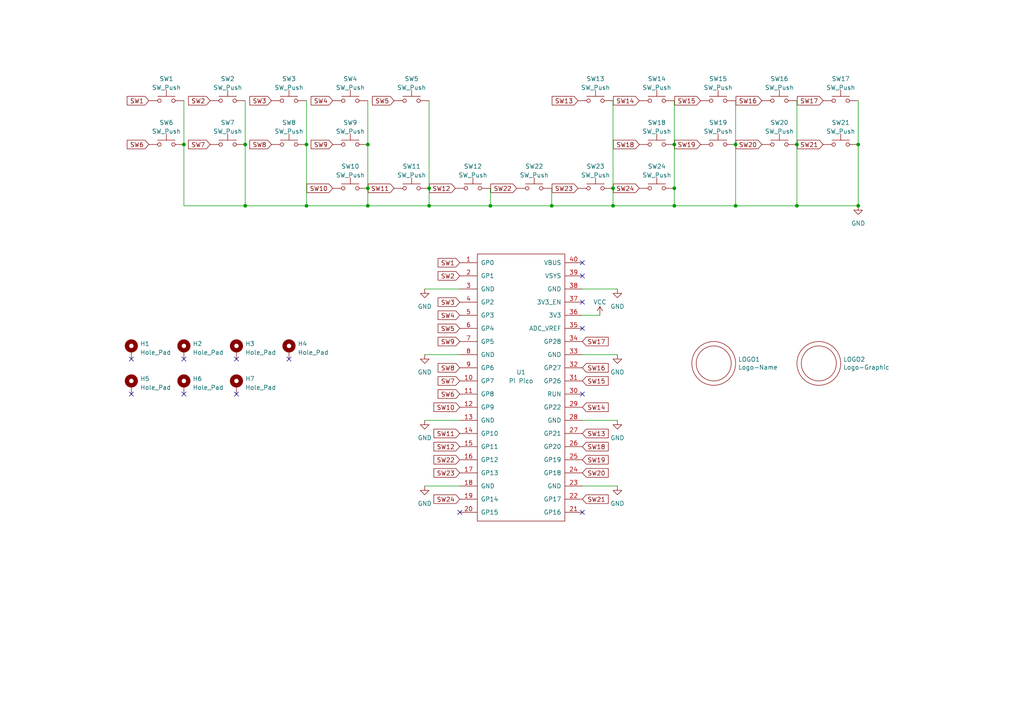
<source format=kicad_sch>
(kicad_sch (version 20230121) (generator eeschema)
  (paper "A4")
  (title_block (title "Umbra Choc") (date "2023-03-19") (rev "1.0") (company "skarrmann"))
  (lib_symbols
    (symbol "power:GND" (power) (pin_names (offset 0))
      (property "Value" "GND" (at 0 -3.81 0))
      (symbol "GND_0_1"
        (polyline (pts (xy 0 0) (xy 0 -1.27) (xy 1.27 -1.27) (xy 0 -2.54) (xy -1.27 -1.27) (xy 0 -1.27)))
      )
      (symbol "GND_1_1"
        (pin power_in line (at 0 0 270) (length 0) hide (name "GND") (number "1"))
      )
    )
    (symbol "power:VCC" (power) (pin_names (offset 0))
      (property "Value" "VCC" (at 0 3.81 0))
      (symbol "VCC_0_1"
        (polyline (pts (xy -0.762 1.27) (xy 0 2.54)))
        (polyline (pts (xy 0 0) (xy 0 2.54)))
        (polyline (pts (xy 0 2.54) (xy 0.762 1.27)))
      )
      (symbol "VCC_1_1"
        (pin power_in line (at 0 0 90) (length 0) hide (name "VCC") (number "1"))
      )
    )
    (symbol "umbra-components:Hole_Pad" (pin_numbers hide) (pin_names (offset 1.016) hide)
      (property "Reference" "H" (at 0 6.35 0))
      (property "Value" "Hole_Pad" (at 0 4.445 0))
      (symbol "Hole_Pad_0_1"
        (circle (center 0 1.27) (radius 1.27) (stroke (width 1.27)))
      )
      (symbol "Hole_Pad_1_1"
        (pin input line (at 0 -2.54 90) (length 2.54) (name "1") (number "1"))
      )
    )
    (symbol "umbra-components:Logo" (pin_names (offset 1.016))
      (property "Reference" "LOGO" (at 0 -1.27 0))
      (property "Value" "Logo" (at 0 1.27 0))
      (symbol "Logo_0_1"
        (circle (center 0 0) (radius 5.08))
        (circle (center 0 0) (radius 6.35))
      )
    )
    (symbol "umbra-components:Pi Pico" (pin_names (offset 1))
      (property "Reference" "U" (at 0 3.81 0))
      (property "Value" "Pi Pico" (at 0 1.27 0))
      (symbol "Pi Pico_0_0"
        (text "" (at 6.35 -27.94 0) (effects (font (size 1.27 1.27))))
        (text "" (at 7.62 11.43 0) (effects (font (size 1.27 1.27))))
        (text "" (at 12.7 -25.4 0) (effects (font (size 1.27 1.27))))
        (text "" (at 15.24 3.81 0) (effects (font (size 1.27 1.27))))
        (text "" (at 17.78 -34.29 0) (effects (font (size 1.27 1.27))))
        (text "" (at 17.78 -26.67 0) (effects (font (size 1.27 1.27))))
        (text "" (at 17.78 3.81 0) (effects (font (size 1.27 1.27))))
        (text "" (at 19.05 -36.83 0) (effects (font (size 1.27 1.27))))
        (text "" (at 19.05 -21.59 0) (effects (font (size 1.27 1.27))))
        (text "" (at 19.05 8.89 0) (effects (font (size 1.27 1.27))))
      )
      (symbol "Pi Pico_1_1"
        (rectangle (start -12.7 38.1) (end 12.7 -39.37) (stroke (width 0.1524)))
        (pin input line (at -17.78 35.56 0) (length 5.08) (name "GP0") (number "1"))
        (pin input line (at -17.78 1.27 0) (length 5.08) (name "GP7") (number "10"))
        (pin input line (at -17.78 -2.54 0) (length 5.08) (name "GP8") (number "11"))
        (pin input line (at -17.78 -6.35 0) (length 5.08) (name "GP9") (number "12"))
        (pin input line (at -17.78 -10.16 0) (length 5.08) (name "GND") (number "13"))
        (pin input line (at -17.78 -13.97 0) (length 5.08) (name "GP10") (number "14"))
        (pin input line (at -17.78 -17.78 0) (length 5.08) (name "GP11") (number "15"))
        (pin input line (at -17.78 -21.59 0) (length 5.08) (name "GP12") (number "16"))
        (pin input line (at -17.78 -25.4 0) (length 5.08) (name "GP13") (number "17"))
        (pin input line (at -17.78 -29.21 0) (length 5.08) (name "GND") (number "18"))
        (pin input line (at -17.78 -33.02 0) (length 5.08) (name "GP14") (number "19"))
        (pin input line (at -17.78 31.75 0) (length 5.08) (name "GP1") (number "2"))
        (pin input line (at -17.78 -36.83 0) (length 5.08) (name "GP15") (number "20"))
        (pin input line (at 17.78 -36.83 180) (length 5.08) (name "GP16") (number "21"))
        (pin input line (at 17.78 -33.02 180) (length 5.08) (name "GP17") (number "22"))
        (pin input line (at 17.78 -29.21 180) (length 5.08) (name "GND") (number "23"))
        (pin input line (at 17.78 -25.4 180) (length 5.08) (name "GP18") (number "24"))
        (pin input line (at 17.78 -21.59 180) (length 5.08) (name "GP19") (number "25"))
        (pin input line (at 17.78 -17.78 180) (length 5.08) (name "GP20") (number "26"))
        (pin input line (at 17.78 -13.97 180) (length 5.08) (name "GP21") (number "27"))
        (pin input line (at 17.78 -10.16 180) (length 5.08) (name "GND") (number "28"))
        (pin input line (at 17.78 -6.35 180) (length 5.08) (name "GP22") (number "29"))
        (pin input line (at -17.78 27.94 0) (length 5.08) (name "GND") (number "3"))
        (pin input line (at 17.78 -2.54 180) (length 5.08) (name "RUN") (number "30"))
        (pin input line (at 17.78 1.27 180) (length 5.08) (name "GP26") (number "31"))
        (pin input line (at 17.78 5.08 180) (length 5.08) (name "GP27") (number "32"))
        (pin input line (at 17.78 8.89 180) (length 5.08) (name "GND") (number "33"))
        (pin input line (at 17.78 12.7 180) (length 5.08) (name "GP28") (number "34"))
        (pin input line (at 17.78 16.51 180) (length 5.08) (name "ADC_VREF") (number "35"))
        (pin input line (at 17.78 20.32 180) (length 5.08) (name "3V3") (number "36"))
        (pin input line (at 17.78 24.13 180) (length 5.08) (name "3V3_EN") (number "37"))
        (pin input line (at 17.78 27.94 180) (length 5.08) (name "GND") (number "38"))
        (pin input line (at 17.78 31.75 180) (length 5.08) (name "VSYS") (number "39"))
        (pin input line (at -17.78 24.13 0) (length 5.08) (name "GP2") (number "4"))
        (pin input line (at 17.78 35.56 180) (length 5.08) (name "VBUS") (number "40"))
        (pin input line (at -17.78 20.32 0) (length 5.08) (name "GP3") (number "5"))
        (pin input line (at -17.78 16.51 0) (length 5.08) (name "GP4") (number "6"))
        (pin input line (at -17.78 12.7 0) (length 5.08) (name "GP5") (number "7"))
        (pin input line (at -17.78 8.89 0) (length 5.08) (name "GND") (number "8"))
        (pin input line (at -17.78 5.08 0) (length 5.08) (name "GP6") (number "9"))
      )
    )
    (symbol "umbra-components:SW_Push" (pin_numbers hide) (pin_names (offset 1.016) hide)
      (property "Reference" "SW" (at 1.27 2.54 0))
      (property "Value" "SW_Push" (at 0 -1.524 0))
      (symbol "SW_Push_0_1"
        (circle (center -2.032 0) (radius 0.508))
        (polyline (pts (xy 0 1.27) (xy 0 3.048)))
        (polyline (pts (xy 2.54 1.27) (xy -2.54 1.27)))
        (circle (center 2.032 0) (radius 0.508))
        (pin passive line (at -5.08 0 0) (length 2.54) (name "1") (number "1"))
        (pin passive line (at 5.08 0 180) (length 2.54) (name "2") (number "2"))
      )
    )
  )
  (junction (at 213.36 59.69))
  (junction (at 213.36 41.91))
  (junction (at 124.46 54.61))
  (junction (at 195.58 41.91))
  (junction (at 195.58 54.61))
  (junction (at 177.8 59.69))
  (junction (at 88.9 59.69))
  (junction (at 88.9 41.91))
  (junction (at 71.12 41.91))
  (junction (at 231.14 59.69))
  (junction (at 106.68 59.69))
  (junction (at 195.58 59.69))
  (junction (at 177.8 54.61))
  (junction (at 53.34 41.91))
  (junction (at 142.24 59.69))
  (junction (at 248.92 41.91))
  (junction (at 71.12 59.69))
  (junction (at 160.02 59.69))
  (junction (at 106.68 54.61))
  (junction (at 248.92 59.69))
  (junction (at 124.46 59.69))
  (junction (at 231.14 41.91))
  (junction (at 106.68 41.91))
  (no_connect (at 168.91 95.25))
  (no_connect (at 168.91 114.3))
  (no_connect (at 53.34 114.3))
  (no_connect (at 53.34 104.14))
  (no_connect (at 168.91 80.01))
  (no_connect (at 68.58 104.14))
  (no_connect (at 68.58 114.3))
  (no_connect (at 168.91 87.63))
  (no_connect (at 83.82 104.14))
  (no_connect (at 38.1 114.3))
  (no_connect (at 133.35 148.59))
  (no_connect (at 168.91 148.59))
  (no_connect (at 168.91 76.2))
  (no_connect (at 38.1 104.14))
  (wire (pts (xy 124.46 29.21) (xy 124.46 54.61)))
  (wire (pts (xy 231.14 41.91) (xy 231.14 59.69)))
  (wire (pts (xy 213.36 59.69) (xy 195.58 59.69)))
  (wire (pts (xy 195.58 59.69) (xy 177.8 59.69)))
  (wire (pts (xy 71.12 59.69) (xy 53.34 59.69)))
  (wire (pts (xy 231.14 59.69) (xy 213.36 59.69)))
  (wire (pts (xy 160.02 59.69) (xy 142.24 59.69)))
  (wire (pts (xy 124.46 59.69) (xy 106.68 59.69)))
  (wire (pts (xy 248.92 41.91) (xy 248.92 59.69)))
  (wire (pts (xy 53.34 29.21) (xy 53.34 41.91)))
  (wire (pts (xy 179.07 121.92) (xy 168.91 121.92)))
  (wire (pts (xy 71.12 41.91) (xy 71.12 59.69)))
  (wire (pts (xy 213.36 29.21) (xy 213.36 41.91)))
  (wire (pts (xy 160.02 59.69) (xy 160.02 54.61)))
  (wire (pts (xy 179.07 83.82) (xy 168.91 83.82)))
  (wire (pts (xy 177.8 29.21) (xy 177.8 54.61)))
  (wire (pts (xy 177.8 59.69) (xy 177.8 54.61)))
  (wire (pts (xy 195.58 59.69) (xy 195.58 54.61)))
  (wire (pts (xy 123.19 102.87) (xy 133.35 102.87)))
  (wire (pts (xy 106.68 59.69) (xy 106.68 54.61)))
  (wire (pts (xy 248.92 29.21) (xy 248.92 41.91)))
  (wire (pts (xy 179.07 140.97) (xy 168.91 140.97)))
  (wire (pts (xy 168.91 91.44) (xy 173.99 91.44)))
  (wire (pts (xy 106.68 29.21) (xy 106.68 41.91)))
  (wire (pts (xy 195.58 29.21) (xy 195.58 41.91)))
  (wire (pts (xy 248.92 59.69) (xy 231.14 59.69)))
  (wire (pts (xy 88.9 29.21) (xy 88.9 41.91)))
  (wire (pts (xy 123.19 121.92) (xy 133.35 121.92)))
  (wire (pts (xy 213.36 41.91) (xy 213.36 59.69)))
  (wire (pts (xy 231.14 29.21) (xy 231.14 41.91)))
  (wire (pts (xy 177.8 59.69) (xy 160.02 59.69)))
  (wire (pts (xy 179.07 102.87) (xy 168.91 102.87)))
  (wire (pts (xy 106.68 59.69) (xy 88.9 59.69)))
  (wire (pts (xy 88.9 59.69) (xy 71.12 59.69)))
  (wire (pts (xy 71.12 29.21) (xy 71.12 41.91)))
  (wire (pts (xy 124.46 59.69) (xy 124.46 54.61)))
  (wire (pts (xy 53.34 41.91) (xy 53.34 59.69)))
  (wire (pts (xy 142.24 59.69) (xy 142.24 54.61)))
  (wire (pts (xy 142.24 59.69) (xy 124.46 59.69)))
  (wire (pts (xy 123.19 140.97) (xy 133.35 140.97)))
  (wire (pts (xy 88.9 41.91) (xy 88.9 59.69)))
  (wire (pts (xy 195.58 41.91) (xy 195.58 54.61)))
  (wire (pts (xy 106.68 41.91) (xy 106.68 54.61)))
  (wire (pts (xy 123.19 83.82) (xy 133.35 83.82)))
  (global_label "SW13" (shape input) (at 167.64 29.21 180) (property "Intersheetrefs" "${INTERSHEET_REFS}" (effects hide)))
  (global_label "SW1" (shape input) (at 133.35 76.2 180) (property "Intersheetrefs" "${INTERSHEET_REFS}" (effects hide)))
  (global_label "SW7" (shape input) (at 133.35 110.49 180) (property "Intersheetrefs" "${INTERSHEET_REFS}" (effects hide)))
  (global_label "SW11" (shape input) (at 114.3 54.61 180) (property "Intersheetrefs" "${INTERSHEET_REFS}" (effects hide)))
  (global_label "SW24" (shape input) (at 185.42 54.61 180) (property "Intersheetrefs" "${INTERSHEET_REFS}" (effects hide)))
  (global_label "SW17" (shape input) (at 238.76 29.21 180) (property "Intersheetrefs" "${INTERSHEET_REFS}" (effects hide)))
  (global_label "SW12" (shape input) (at 132.08 54.61 180) (property "Intersheetrefs" "${INTERSHEET_REFS}" (effects hide)))
  (global_label "SW22" (shape input) (at 133.35 133.35 180) (property "Intersheetrefs" "${INTERSHEET_REFS}" (effects hide)))
  (global_label "SW3" (shape input) (at 133.35 87.63 180) (property "Intersheetrefs" "${INTERSHEET_REFS}" (effects hide)))
  (global_label "SW5" (shape input) (at 133.35 95.25 180) (property "Intersheetrefs" "${INTERSHEET_REFS}" (effects hide)))
  (global_label "SW4" (shape input) (at 96.52 29.21 180) (property "Intersheetrefs" "${INTERSHEET_REFS}" (effects hide)))
  (global_label "SW19" (shape input) (at 168.91 133.35 0) (property "Intersheetrefs" "${INTERSHEET_REFS}" (effects hide)))
  (global_label "SW21" (shape input) (at 168.91 144.78 0) (property "Intersheetrefs" "${INTERSHEET_REFS}" (effects hide)))
  (global_label "SW6" (shape input) (at 43.18 41.91 180) (property "Intersheetrefs" "${INTERSHEET_REFS}" (effects hide)))
  (global_label "SW20" (shape input) (at 220.98 41.91 180) (property "Intersheetrefs" "${INTERSHEET_REFS}" (effects hide)))
  (global_label "SW11" (shape input) (at 133.35 125.73 180) (property "Intersheetrefs" "${INTERSHEET_REFS}" (effects hide)))
  (global_label "SW18" (shape input) (at 168.91 129.54 0) (property "Intersheetrefs" "${INTERSHEET_REFS}" (effects hide)))
  (global_label "SW21" (shape input) (at 238.76 41.91 180) (property "Intersheetrefs" "${INTERSHEET_REFS}" (effects hide)))
  (global_label "SW8" (shape input) (at 133.35 106.68 180) (property "Intersheetrefs" "${INTERSHEET_REFS}" (effects hide)))
  (global_label "SW9" (shape input) (at 96.52 41.91 180) (property "Intersheetrefs" "${INTERSHEET_REFS}" (effects hide)))
  (global_label "SW14" (shape input) (at 185.42 29.21 180) (property "Intersheetrefs" "${INTERSHEET_REFS}" (effects hide)))
  (global_label "SW19" (shape input) (at 203.2 41.91 180) (property "Intersheetrefs" "${INTERSHEET_REFS}" (effects hide)))
  (global_label "SW2" (shape input) (at 60.96 29.21 180) (property "Intersheetrefs" "${INTERSHEET_REFS}" (effects hide)))
  (global_label "SW16" (shape input) (at 220.98 29.21 180) (property "Intersheetrefs" "${INTERSHEET_REFS}" (effects hide)))
  (global_label "SW15" (shape input) (at 168.91 110.49 0) (property "Intersheetrefs" "${INTERSHEET_REFS}" (effects hide)))
  (global_label "SW24" (shape input) (at 133.35 144.78 180) (property "Intersheetrefs" "${INTERSHEET_REFS}" (effects hide)))
  (global_label "SW3" (shape input) (at 78.74 29.21 180) (property "Intersheetrefs" "${INTERSHEET_REFS}" (effects hide)))
  (global_label "SW12" (shape input) (at 133.35 129.54 180) (property "Intersheetrefs" "${INTERSHEET_REFS}" (effects hide)))
  (global_label "SW5" (shape input) (at 114.3 29.21 180) (property "Intersheetrefs" "${INTERSHEET_REFS}" (effects hide)))
  (global_label "SW1" (shape input) (at 43.18 29.21 180) (property "Intersheetrefs" "${INTERSHEET_REFS}" (effects hide)))
  (global_label "SW23" (shape input) (at 133.35 137.16 180) (property "Intersheetrefs" "${INTERSHEET_REFS}" (effects hide)))
  (global_label "SW23" (shape input) (at 167.64 54.61 180) (property "Intersheetrefs" "${INTERSHEET_REFS}" (effects hide)))
  (global_label "SW6" (shape input) (at 133.35 114.3 180) (property "Intersheetrefs" "${INTERSHEET_REFS}" (effects hide)))
  (global_label "SW9" (shape input) (at 133.35 99.06 180) (property "Intersheetrefs" "${INTERSHEET_REFS}" (effects hide)))
  (global_label "SW22" (shape input) (at 149.86 54.61 180) (property "Intersheetrefs" "${INTERSHEET_REFS}" (effects hide)))
  (global_label "SW10" (shape input) (at 133.35 118.11 180) (property "Intersheetrefs" "${INTERSHEET_REFS}" (effects hide)))
  (global_label "SW16" (shape input) (at 168.91 106.68 0) (property "Intersheetrefs" "${INTERSHEET_REFS}" (effects hide)))
  (global_label "SW14" (shape input) (at 168.91 118.11 0) (property "Intersheetrefs" "${INTERSHEET_REFS}" (effects hide)))
  (global_label "SW15" (shape input) (at 203.2 29.21 180) (property "Intersheetrefs" "${INTERSHEET_REFS}" (effects hide)))
  (global_label "SW2" (shape input) (at 133.35 80.01 180) (property "Intersheetrefs" "${INTERSHEET_REFS}" (effects hide)))
  (global_label "SW13" (shape input) (at 168.91 125.73 0) (property "Intersheetrefs" "${INTERSHEET_REFS}" (effects hide)))
  (global_label "SW7" (shape input) (at 60.96 41.91 180) (property "Intersheetrefs" "${INTERSHEET_REFS}" (effects hide)))
  (global_label "SW8" (shape input) (at 78.74 41.91 180) (property "Intersheetrefs" "${INTERSHEET_REFS}" (effects hide)))
  (global_label "SW17" (shape input) (at 168.91 99.06 0) (property "Intersheetrefs" "${INTERSHEET_REFS}" (effects hide)))
  (global_label "SW18" (shape input) (at 185.42 41.91 180) (property "Intersheetrefs" "${INTERSHEET_REFS}" (effects hide)))
  (global_label "SW4" (shape input) (at 133.35 91.44 180) (property "Intersheetrefs" "${INTERSHEET_REFS}" (effects hide)))
  (global_label "SW20" (shape input) (at 168.91 137.16 0) (property "Intersheetrefs" "${INTERSHEET_REFS}" (effects hide)))
  (global_label "SW10" (shape input) (at 96.52 54.61 180) (property "Intersheetrefs" "${INTERSHEET_REFS}" (effects hide)))
  (symbol (lib_id "umbra-components:Logo") (at 207.01 105.41 0) (unit 1)
    (property "Reference" "LOGO1" (at 214.0712 104.2416 0) (effects (justify left)))
    (property "Value" "Logo-Name" (at 214.0712 106.553 0) (effects (justify left)))
    (property "Footprint" "umbra-footprints:Logo_Umbra_Name" (effects hide))
  )
  (symbol (lib_id "umbra-components:Logo") (at 237.49 105.41 0) (unit 1)
    (property "Reference" "LOGO2" (at 244.5512 104.2416 0) (effects (justify left)))
    (property "Value" "Logo-Graphic" (at 244.5512 106.553 0) (effects (justify left)))
    (property "Footprint" "umbra-footprints:Logo_Umbra" (effects hide))
  )
  (symbol (lib_id "power:GND") (at 123.19 121.92 0) (unit 1)
    (property "Reference" "#PWR03" (effects hide))
    (property "Value" "GND" (at 123.19 127 0))
  )
  (symbol (lib_id "umbra-components:Hole_Pad") (at 68.58 111.76 0) (unit 1)
    (property "Reference" "H7" (at 71.12 109.855 0) (effects (justify left)))
    (property "Value" "Hole_Pad" (at 71.12 112.395 0) (effects (justify left)))
    (property "Footprint" "umbra-footprints:Mount_M2" (effects hide))
  )
  (symbol (lib_id "umbra-components:SW_Push") (at 172.72 54.61 0) (unit 1)
    (property "Reference" "SW23" (at 172.72 48.26 0))
    (property "Value" "SW_Push" (at 172.72 50.8 0))
    (property "Footprint" "umbra-footprints:SW_Choc_Reverse_Cutout" (effects hide))
  )
  (symbol (lib_id "umbra-components:SW_Push") (at 119.38 54.61 0) (unit 1)
    (property "Reference" "SW11" (at 119.38 48.26 0))
    (property "Value" "SW_Push" (at 119.38 50.8 0))
    (property "Footprint" "umbra-footprints:SW_Choc_Reverse_Cutout" (effects hide))
  )
  (symbol (lib_id "umbra-components:Hole_Pad") (at 83.82 101.6 0) (unit 1)
    (property "Reference" "H4" (at 86.36 99.695 0) (effects (justify left)))
    (property "Value" "Hole_Pad" (at 86.36 102.235 0) (effects (justify left)))
    (property "Footprint" "umbra-footprints:Mount_M2" (effects hide))
  )
  (symbol (lib_id "umbra-components:SW_Push") (at 66.04 41.91 0) (unit 1)
    (property "Reference" "SW7" (at 66.04 35.56 0))
    (property "Value" "SW_Push" (at 66.04 38.1 0))
    (property "Footprint" "umbra-footprints:SW_Choc_Reverse_Cutout" (effects hide))
  )
  (symbol (lib_id "umbra-components:Hole_Pad") (at 38.1 111.76 0) (unit 1)
    (property "Reference" "H5" (at 40.64 109.855 0) (effects (justify left)))
    (property "Value" "Hole_Pad" (at 40.64 112.395 0) (effects (justify left)))
    (property "Footprint" "umbra-footprints:Mount_M2" (effects hide))
  )
  (symbol (lib_id "power:GND") (at 179.07 121.92 0) (mirror y) (unit 1)
    (property "Reference" "#PWR08" (effects hide))
    (property "Value" "GND" (at 179.07 127 0))
  )
  (symbol (lib_id "umbra-components:SW_Push") (at 172.72 29.21 0) (unit 1)
    (property "Reference" "SW13" (at 172.72 22.86 0))
    (property "Value" "SW_Push" (at 172.72 25.4 0))
    (property "Footprint" "umbra-footprints:SW_Choc_Reverse_Cutout" (effects hide))
  )
  (symbol (lib_id "umbra-components:SW_Push") (at 48.26 29.21 0) (unit 1)
    (property "Reference" "SW1" (at 48.26 22.86 0))
    (property "Value" "SW_Push" (at 48.26 25.4 0))
    (property "Footprint" "umbra-footprints:SW_Choc_Reverse_Cutout" (effects hide))
  )
  (symbol (lib_id "umbra-components:Hole_Pad") (at 53.34 111.76 0) (unit 1)
    (property "Reference" "H6" (at 55.88 109.855 0) (effects (justify left)))
    (property "Value" "Hole_Pad" (at 55.88 112.395 0) (effects (justify left)))
    (property "Footprint" "umbra-footprints:Mount_M2" (effects hide))
  )
  (symbol (lib_id "umbra-components:Pi Pico") (at 151.13 111.76 0) (unit 1)
    (property "Reference" "U1" (at 151.13 107.95 0))
    (property "Value" "Pi Pico" (at 151.13 110.49 0))
    (property "Footprint" "umbra-footprints:Pi-Pico_SMD" (effects hide))
  )
  (symbol (lib_id "umbra-components:SW_Push") (at 119.38 29.21 0) (unit 1)
    (property "Reference" "SW5" (at 119.38 22.86 0))
    (property "Value" "SW_Push" (at 119.38 25.4 0))
    (property "Footprint" "umbra-footprints:SW_Choc_Reverse_Cutout" (effects hide))
  )
  (symbol (lib_id "umbra-components:SW_Push") (at 190.5 29.21 0) (unit 1)
    (property "Reference" "SW14" (at 190.5 22.86 0))
    (property "Value" "SW_Push" (at 190.5 25.4 0))
    (property "Footprint" "umbra-footprints:SW_Choc_Reverse_Cutout" (effects hide))
  )
  (symbol (lib_id "umbra-components:SW_Push") (at 243.84 29.21 0) (unit 1)
    (property "Reference" "SW17" (at 243.84 22.86 0))
    (property "Value" "SW_Push" (at 243.84 25.4 0))
    (property "Footprint" "umbra-footprints:SW_Choc_Reverse_Cutout" (effects hide))
  )
  (symbol (lib_id "umbra-components:SW_Push") (at 48.26 41.91 0) (unit 1)
    (property "Reference" "SW6" (at 48.26 35.56 0))
    (property "Value" "SW_Push" (at 48.26 38.1 0))
    (property "Footprint" "umbra-footprints:SW_Choc_Reverse_Cutout" (effects hide))
  )
  (symbol (lib_id "umbra-components:SW_Push") (at 66.04 29.21 0) (unit 1)
    (property "Reference" "SW2" (at 66.04 22.86 0))
    (property "Value" "SW_Push" (at 66.04 25.4 0))
    (property "Footprint" "umbra-footprints:SW_Choc_Reverse_Cutout" (effects hide))
  )
  (symbol (lib_id "umbra-components:SW_Push") (at 101.6 41.91 0) (unit 1)
    (property "Reference" "SW9" (at 101.6 35.56 0))
    (property "Value" "SW_Push" (at 101.6 38.1 0))
    (property "Footprint" "umbra-footprints:SW_Choc_Reverse_Cutout" (effects hide))
  )
  (symbol (lib_id "umbra-components:SW_Push") (at 101.6 54.61 0) (unit 1)
    (property "Reference" "SW10" (at 101.6 48.26 0))
    (property "Value" "SW_Push" (at 101.6 50.8 0))
    (property "Footprint" "umbra-footprints:SW_Choc_Reverse_Cutout" (effects hide))
  )
  (symbol (lib_id "umbra-components:SW_Push") (at 190.5 41.91 0) (unit 1)
    (property "Reference" "SW18" (at 190.5 35.56 0))
    (property "Value" "SW_Push" (at 190.5 38.1 0))
    (property "Footprint" "umbra-footprints:SW_Choc_Reverse_Cutout" (effects hide))
  )
  (symbol (lib_id "umbra-components:SW_Push") (at 226.06 29.21 0) (unit 1)
    (property "Reference" "SW16" (at 226.06 22.86 0))
    (property "Value" "SW_Push" (at 226.06 25.4 0))
    (property "Footprint" "umbra-footprints:SW_Choc_Reverse_Cutout" (effects hide))
  )
  (symbol (lib_id "umbra-components:SW_Push") (at 208.28 29.21 0) (unit 1)
    (property "Reference" "SW15" (at 208.28 22.86 0))
    (property "Value" "SW_Push" (at 208.28 25.4 0))
    (property "Footprint" "umbra-footprints:SW_Choc_Reverse_Cutout" (effects hide))
  )
  (symbol (lib_id "umbra-components:SW_Push") (at 243.84 41.91 0) (unit 1)
    (property "Reference" "SW21" (at 243.84 35.56 0))
    (property "Value" "SW_Push" (at 243.84 38.1 0))
    (property "Footprint" "umbra-footprints:SW_Choc_Reverse_Cutout" (effects hide))
  )
  (symbol (lib_id "power:GND") (at 179.07 140.97 0) (mirror y) (unit 1)
    (property "Reference" "#PWR09" (effects hide))
    (property "Value" "GND" (at 179.07 146.05 0))
  )
  (symbol (lib_id "umbra-components:SW_Push") (at 137.16 54.61 0) (unit 1)
    (property "Reference" "SW12" (at 137.16 48.26 0))
    (property "Value" "SW_Push" (at 137.16 50.8 0))
    (property "Footprint" "umbra-footprints:SW_Choc_Reverse_Cutout" (effects hide))
  )
  (symbol (lib_id "umbra-components:SW_Push") (at 190.5 54.61 0) (unit 1)
    (property "Reference" "SW24" (at 190.5 48.26 0))
    (property "Value" "SW_Push" (at 190.5 50.8 0))
    (property "Footprint" "umbra-footprints:SW_Choc_Reverse_Cutout" (effects hide))
  )
  (symbol (lib_id "power:VCC") (at 173.99 91.44 0) (unit 1)
    (property "Reference" "#PWR05" (effects hide))
    (property "Value" "VCC" (at 173.99 87.63 0))
  )
  (symbol (lib_id "umbra-components:Hole_Pad") (at 68.58 101.6 0) (unit 1)
    (property "Reference" "H3" (at 71.12 99.695 0) (effects (justify left)))
    (property "Value" "Hole_Pad" (at 71.12 102.235 0) (effects (justify left)))
    (property "Footprint" "umbra-footprints:Mount_M2" (effects hide))
  )
  (symbol (lib_id "umbra-components:SW_Push") (at 208.28 41.91 0) (unit 1)
    (property "Reference" "SW19" (at 208.28 35.56 0))
    (property "Value" "SW_Push" (at 208.28 38.1 0))
    (property "Footprint" "umbra-footprints:SW_Choc_Reverse_Cutout" (effects hide))
  )
  (symbol (lib_id "umbra-components:SW_Push") (at 154.94 54.61 0) (unit 1)
    (property "Reference" "SW22" (at 154.94 48.26 0))
    (property "Value" "SW_Push" (at 154.94 50.8 0))
    (property "Footprint" "umbra-footprints:SW_Choc_Reverse_Cutout" (effects hide))
  )
  (symbol (lib_id "umbra-components:Hole_Pad") (at 53.34 101.6 0) (unit 1)
    (property "Reference" "H2" (at 55.88 99.695 0) (effects (justify left)))
    (property "Value" "Hole_Pad" (at 55.88 102.235 0) (effects (justify left)))
    (property "Footprint" "umbra-footprints:Mount_M2" (effects hide))
  )
  (symbol (lib_id "power:GND") (at 179.07 83.82 0) (mirror y) (unit 1)
    (property "Reference" "#PWR06" (effects hide))
    (property "Value" "GND" (at 179.07 88.9 0))
  )
  (symbol (lib_id "power:GND") (at 123.19 102.87 0) (unit 1)
    (property "Reference" "#PWR02" (effects hide))
    (property "Value" "GND" (at 123.19 107.95 0))
  )
  (symbol (lib_id "power:GND") (at 123.19 140.97 0) (unit 1)
    (property "Reference" "#PWR04" (effects hide))
    (property "Value" "GND" (at 123.19 146.05 0))
  )
  (symbol (lib_id "power:GND") (at 123.19 83.82 0) (unit 1)
    (property "Reference" "#PWR01" (effects hide))
    (property "Value" "GND" (at 123.19 88.9 0))
  )
  (symbol (lib_id "umbra-components:SW_Push") (at 83.82 29.21 0) (unit 1)
    (property "Reference" "SW3" (at 83.82 22.86 0))
    (property "Value" "SW_Push" (at 83.82 25.4 0))
    (property "Footprint" "umbra-footprints:SW_Choc_Reverse_Cutout" (effects hide))
  )
  (symbol (lib_id "power:GND") (at 179.07 102.87 0) (mirror y) (unit 1)
    (property "Reference" "#PWR07" (effects hide))
    (property "Value" "GND" (at 179.07 107.95 0))
  )
  (symbol (lib_id "umbra-components:SW_Push") (at 83.82 41.91 0) (unit 1)
    (property "Reference" "SW8" (at 83.82 35.56 0))
    (property "Value" "SW_Push" (at 83.82 38.1 0))
    (property "Footprint" "umbra-footprints:SW_Choc_Reverse_Cutout" (effects hide))
  )
  (symbol (lib_id "umbra-components:SW_Push") (at 101.6 29.21 0) (unit 1)
    (property "Reference" "SW4" (at 101.6 22.86 0))
    (property "Value" "SW_Push" (at 101.6 25.4 0))
    (property "Footprint" "umbra-footprints:SW_Choc_Reverse_Cutout" (effects hide))
  )
  (symbol (lib_id "power:GND") (at 248.92 59.69 0) (mirror y) (unit 1)
    (property "Reference" "#PWR010" (effects hide))
    (property "Value" "GND" (at 248.92 64.77 0))
  )
  (symbol (lib_id "umbra-components:SW_Push") (at 226.06 41.91 0) (unit 1)
    (property "Reference" "SW20" (at 226.06 35.56 0))
    (property "Value" "SW_Push" (at 226.06 38.1 0))
    (property "Footprint" "umbra-footprints:SW_Choc_Reverse_Cutout" (effects hide))
  )
  (symbol (lib_id "umbra-components:Hole_Pad") (at 38.1 101.6 0) (unit 1)
    (property "Reference" "H1" (at 40.64 99.695 0) (effects (justify left)))
    (property "Value" "Hole_Pad" (at 40.64 102.235 0) (effects (justify left)))
    (property "Footprint" "umbra-footprints:Mount_M2" (effects hide))
  )
)
</source>
